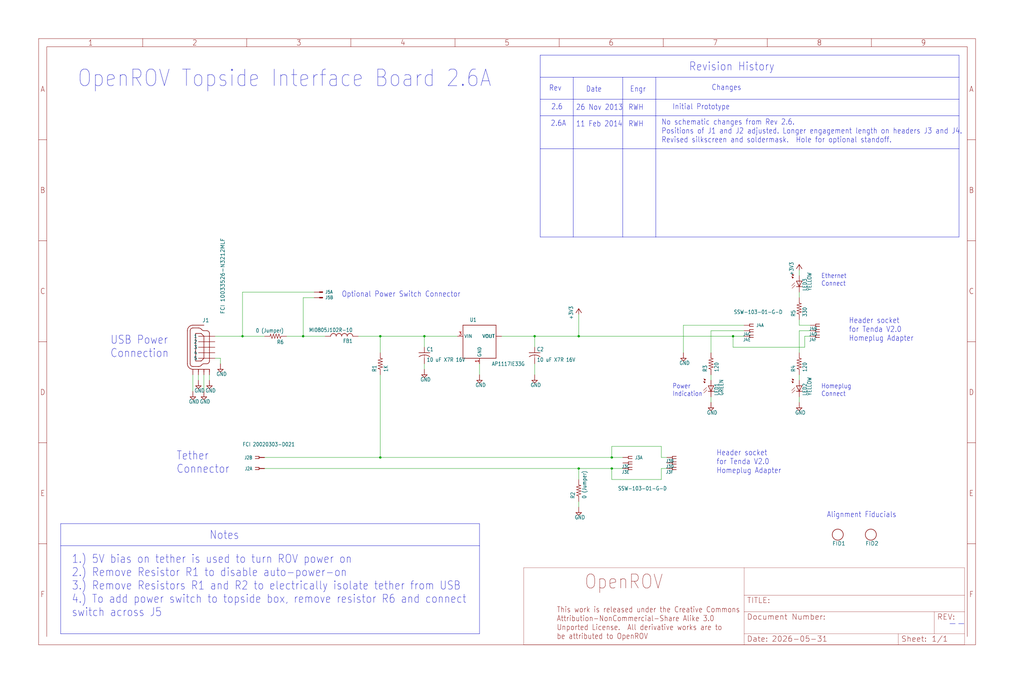
<source format=kicad_sch>
(kicad_sch (version 20250114) (generator "eeschema") (generator_version "9.0")
  (paper "User" 471.907 317.627)
  (lib_symbols
    (symbol "OpenROV Topside Interface 2.6A-eagle-import:+3V3" (power)
      (symbol "+3V3_1_0"
        (polyline (pts (xy 0 0) (xy -1.27 -1.905)) (stroke (width 0.254)))
        (polyline (pts (xy 1.27 -1.905) (xy 0 0)) (stroke (width 0.254)))
        (pin power_in line (at 0 -2.54 90) (length 2.54) (name "+3V3") (number "1"))
      )
    )
    (symbol "OpenROV Topside Interface 2.6A-eagle-import:AP1117SOT223"
      (property "Reference" "U" (at -4.572 9.144 0))
      (symbol "AP1117SOT223_1_0"
        (polyline (pts (xy -7.62 7.62) (xy 7.62 7.62)) (stroke (width 0.254)))
        (polyline (pts (xy -7.62 -7.62) (xy -7.62 7.62)) (stroke (width 0.254)))
        (polyline (pts (xy 7.62 7.62) (xy 7.62 -7.62)) (stroke (width 0.254)))
        (polyline (pts (xy 7.62 -7.62) (xy -7.62 -7.62)) (stroke (width 0.254)))
        (pin input line (at -10.16 2.54 0) (length 2.54) (name "VIN") (number "3"))
        (pin power_in line (at 0 -10.16 90) (length 2.54) (name "GND") (number "1"))
        (pin bidirectional line (at 10.16 2.54 180) (length 2.54) (name "VOUT") (number "2"))
        (pin bidirectional line (at 10.16 2.54 180) (length 2.54) (name "VOUT") (number "4"))
      )
    )
    (symbol "OpenROV Topside Interface 2.6A-eagle-import:CAP1206"
      (property "Reference" "C" (at 1.016 0.635 0))
      (symbol "CAP1206_1_0"
        (polyline (pts (xy -2.54 0) (xy 2.54 0)) (stroke (width 0.254)))
        (arc (start 0 -1) (mid 1.3158 -1.2195) (end 2.4892 -1.8541) (stroke (width 0.254)))
        (arc (start -2.4668 -1.8504) (mid -1.302 -1.2303) (end 0 -1.0161) (stroke (width 0.254)))
        (polyline (pts (xy 0 -1.016) (xy 0 -2.54)) (stroke (width 0.1524)))
        (pin passive line (at 0 2.54 270) (length 2.54) (name "1") (number "1"))
        (pin passive line (at 0 -5.08 90) (length 2.54) (name "2") (number "2"))
      )
    )
    (symbol "OpenROV Topside Interface 2.6A-eagle-import:FCI_TERMINAL_BLOCK_2PL"
      (property "Reference" "J" (at -3.048 0.762 0))
      (symbol "FCI_TERMINAL_BLOCK_2PL_1_0"
        (polyline (pts (xy -1.778 0.508) (xy 0 0.508)) (stroke (width 0.254)))
        (polyline (pts (xy 0 0.508) (xy 0 -0.508)) (stroke (width 0.254)))
        (polyline (pts (xy 0 -0.508) (xy -1.778 -0.508)) (stroke (width 0.254)))
        (pin passive line (at 2.54 0 180) (length 2.54) (name "1") (number "1A"))
        (pin passive line (at 2.54 0 180) (length 2.54) (name "1") (number "1B"))
      )
      (symbol "FCI_TERMINAL_BLOCK_2PL_2_0"
        (polyline (pts (xy -1.778 0.508) (xy 0 0.508)) (stroke (width 0.254)))
        (polyline (pts (xy 0 0.508) (xy 0 -0.508)) (stroke (width 0.254)))
        (polyline (pts (xy 0 -0.508) (xy -1.778 -0.508)) (stroke (width 0.254)))
        (pin passive line (at 2.54 0 180) (length 2.54) (name "1") (number "2A"))
        (pin passive line (at 2.54 0 180) (length 2.54) (name "1") (number "2B"))
      )
    )
    (symbol "OpenROV Topside Interface 2.6A-eagle-import:FERRITESIZE_0805"
      (property "Reference" "FB" (at -1.27 -5.08 90))
      (symbol "FERRITESIZE_0805_1_0"
        (arc (start 1.27 3.81) (mid 0.898 2.912) (end 0 2.54) (stroke (width 0.254)))
        (arc (start 0 5.08) (mid 0.898 4.708) (end 1.27 3.81) (stroke (width 0.254)))
        (arc (start 1.27 1.27) (mid 0.898 0.372) (end 0 0) (stroke (width 0.254)))
        (arc (start 0 2.54) (mid 0.898 2.168) (end 1.27 1.27) (stroke (width 0.254)))
        (arc (start 1.27 -1.27) (mid 0.898 -2.168) (end 0 -2.54) (stroke (width 0.254)))
        (arc (start 0 0) (mid 0.898 -0.372) (end 1.27 -1.27) (stroke (width 0.254)))
        (arc (start 1.27 -3.81) (mid 0.898 -4.708) (end 0 -5.08) (stroke (width 0.254)))
        (arc (start 0 -2.54) (mid 0.898 -2.912) (end 1.27 -3.81) (stroke (width 0.254)))
        (pin passive line (at 0 7.62 270) (length 2.54) (name "1") (number "1"))
        (pin passive line (at 0 -7.62 90) (length 2.54) (name "2") (number "2"))
      )
    )
    (symbol "OpenROV Topside Interface 2.6A-eagle-import:FIDUCIAL_1"
      (property "Reference" "FID" (at -2.54 -5.08 0))
      (symbol "FIDUCIAL_1_1_0"
        (circle (center 0 0) (radius 2.54) (stroke (width 0.254)))
      )
    )
    (symbol "OpenROV Topside Interface 2.6A-eagle-import:FRAME_B_L"
      (symbol "FRAME_B_L_1_0"
        (polyline (pts (xy 0 279.4) (xy 431.8 279.4) (xy 431.8 0) (xy 0 0) (xy 0 279.4)))
        (polyline (pts (xy 0 232.8333) (xy 3.81 232.8333)))
        (polyline (pts (xy 0 186.2667) (xy 3.81 186.2667)))
        (polyline (pts (xy 0 139.7) (xy 3.81 139.7)))
        (polyline (pts (xy 0 93.1333) (xy 3.81 93.1333)))
        (polyline (pts (xy 0 46.5667) (xy 3.81 46.5667)))
        (polyline (pts (xy 3.81 275.59) (xy 3.81 3.81)))
        (polyline (pts (xy 47.9778 279.4) (xy 47.9778 275.59)))
        (polyline (pts (xy 95.9556 279.4) (xy 95.9556 275.59)))
        (polyline (pts (xy 143.9333 279.4) (xy 143.9333 275.59)))
        (polyline (pts (xy 191.9111 279.4) (xy 191.9111 275.59)))
        (polyline (pts (xy 239.8889 279.4) (xy 239.8889 275.59)))
        (polyline (pts (xy 287.8667 279.4) (xy 287.8667 275.59)))
        (polyline (pts (xy 335.8444 279.4) (xy 335.8444 275.59)))
        (polyline (pts (xy 383.8222 279.4) (xy 383.8222 275.59)))
        (polyline (pts (xy 427.99 275.59) (xy 3.81 275.59)))
        (polyline (pts (xy 427.99 275.59) (xy 427.99 3.81)))
        (polyline (pts (xy 427.99 232.8333) (xy 431.8 232.8333)))
        (polyline (pts (xy 427.99 186.2667) (xy 431.8 186.2667)))
        (polyline (pts (xy 427.99 139.7) (xy 431.8 139.7)))
        (polyline (pts (xy 427.99 93.1333) (xy 431.8 93.1333)))
        (polyline (pts (xy 427.99 46.5667) (xy 431.8 46.5667)))
        (text "A" (at 1.905 256.1167 0) (effects (font (size 2.54 2.286))))
        (text "B" (at 1.905 209.55 0) (effects (font (size 2.54 2.286))))
        (text "C" (at 1.905 162.9833 0) (effects (font (size 2.54 2.286))))
        (text "D" (at 1.905 116.4167 0) (effects (font (size 2.54 2.286))))
        (text "E" (at 1.905 69.85 0) (effects (font (size 2.54 2.286))))
        (text "F" (at 1.905 23.2833 0) (effects (font (size 2.54 2.286))))
        (text "1" (at 23.9889 277.495 0) (effects (font (size 2.54 2.286))))
        (text "2" (at 71.9667 277.495 0) (effects (font (size 2.54 2.286))))
        (text "3" (at 119.9444 277.495 0) (effects (font (size 2.54 2.286))))
        (text "4" (at 167.9222 277.495 0) (effects (font (size 2.54 2.286))))
        (text "5" (at 215.9 277.495 0) (effects (font (size 2.54 2.286))))
        (text "6" (at 263.8778 277.495 0) (effects (font (size 2.54 2.286))))
        (text "7" (at 311.8556 277.495 0) (effects (font (size 2.54 2.286))))
        (text "8" (at 359.8333 277.495 0) (effects (font (size 2.54 2.286))))
        (text "9" (at 407.8111 277.495 0) (effects (font (size 2.54 2.286))))
        (text "A" (at 429.895 256.1167 0) (effects (font (size 2.54 2.286))))
        (text "B" (at 429.895 209.55 0) (effects (font (size 2.54 2.286))))
        (text "C" (at 429.895 162.9833 0) (effects (font (size 2.54 2.286))))
        (text "D" (at 429.895 116.4167 0) (effects (font (size 2.54 2.286))))
        (text "E" (at 429.895 69.85 0) (effects (font (size 2.54 2.286))))
        (text "F" (at 429.895 23.2833 0) (effects (font (size 2.54 2.286))))
      )
      (symbol "FRAME_B_L_2_0"
        (polyline (pts (xy -101.6 35.56) (xy -101.6 0)) (stroke (width 0.1016)))
        (polyline (pts (xy 0 35.56) (xy -101.6 35.56)) (stroke (width 0.1016)))
        (polyline (pts (xy 0 22.86) (xy 0 35.56)) (stroke (width 0.1016)))
        (polyline (pts (xy 0 22.86) (xy 101.6 22.86)) (stroke (width 0.1016)))
        (polyline (pts (xy 0 15.24) (xy 0 22.86)) (stroke (width 0.1016)))
        (polyline (pts (xy 0 5.08) (xy 0 15.24)) (stroke (width 0.1016)))
        (polyline (pts (xy 0 5.08) (xy 71.12 5.08)) (stroke (width 0.1016)))
        (polyline (pts (xy 0 0) (xy -101.6 0)) (stroke (width 0.1016)))
        (polyline (pts (xy 0 0) (xy 0 5.08)) (stroke (width 0.1016)))
        (polyline (pts (xy 0 0) (xy 71.12 0)) (stroke (width 0.1016)))
        (polyline (pts (xy 71.12 5.08) (xy 71.12 0)) (stroke (width 0.1016)))
        (polyline (pts (xy 71.12 5.08) (xy 87.63 5.08)) (stroke (width 0.1016)))
        (polyline (pts (xy 71.12 0) (xy 101.6 0)) (stroke (width 0.1016)))
        (polyline (pts (xy 87.63 15.24) (xy 0 15.24)) (stroke (width 0.1016)))
        (polyline (pts (xy 87.63 15.24) (xy 87.63 5.08)) (stroke (width 0.1016)))
        (polyline (pts (xy 87.63 5.08) (xy 101.6 5.08)) (stroke (width 0.1016)))
        (polyline (pts (xy 101.6 35.56) (xy 0 35.56)) (stroke (width 0.1016)))
        (polyline (pts (xy 101.6 35.56) (xy 101.6 22.86)) (stroke (width 0.1016)))
        (polyline (pts (xy 101.6 22.86) (xy 101.6 15.24)) (stroke (width 0.1016)))
        (polyline (pts (xy 101.6 15.24) (xy 87.63 15.24)) (stroke (width 0.1016)))
        (polyline (pts (xy 101.6 15.24) (xy 101.6 5.08)) (stroke (width 0.1016)))
        (polyline (pts (xy 101.6 5.08) (xy 101.6 0)) (stroke (width 0.1016)))
        (text "This work is released under the Creative Commons\nAttribution-NonCommercial-Share Alike 3.0\nUnported License.  All derivative works are to\nbe attributed to OpenROV" (at -86.36 2.54 0) (effects (font (size 2.54 2.159)) (justify left bottom)))
        (text "OpenROV" (at -73.66 25.4 0) (effects (font (size 6.4516 5.4838)) (justify left bottom)))
        (text "TITLE:" (at 1.27 19.05 0) (effects (font (size 2.54 2.54)) (justify left bottom)))
        (text "Document Number:" (at 1.27 11.43 0) (effects (font (size 2.54 2.54)) (justify left bottom)))
        (text "Date:" (at 1.27 1.27 0) (effects (font (size 2.54 2.54)) (justify left bottom)))
        (text "${CURRENT_DATE}" (at 12.7 1.27 0) (effects (font (size 2.54 2.54)) (justify left bottom)))
        (text "${PROJECTNAME}" (at 17.78 19.05 0) (effects (font (size 2.54 2.54)) (justify left bottom)))
        (text "Sheet:" (at 72.39 1.27 0) (effects (font (size 2.54 2.54)) (justify left bottom)))
        (text "${#}/${##}" (at 86.36 1.27 0) (effects (font (size 2.54 2.54)) (justify left bottom)))
        (text "REV:" (at 88.9 11.43 0) (effects (font (size 2.54 2.54)) (justify left bottom)))
      )
    )
    (symbol "OpenROV Topside Interface 2.6A-eagle-import:GND" (power)
      (symbol "GND_1_0"
        (polyline (pts (xy -1.27 0) (xy 1.27 0)) (stroke (width 0.254)))
        (polyline (pts (xy 0 -1.27) (xy -1.27 0)) (stroke (width 0.254)))
        (polyline (pts (xy 1.27 0) (xy 0 -1.27)) (stroke (width 0.254)))
        (pin power_in line (at 0 2.54 270) (length 2.54) (name "GND") (number "1"))
      )
    )
    (symbol "OpenROV Topside Interface 2.6A-eagle-import:HDR_1X2X0.100-ALT_SILK"
      (property "Reference" "J" (at 2.54 -0.762 0))
      (symbol "HDR_1X2X0.100-ALT_SILK_1_0"
        (polyline (pts (xy 1.27 0) (xy 0 0)) (stroke (width 0.6096)))
        (pin passive line (at -2.54 0 0) (length 2.54) (name "S") (number "1"))
      )
      (symbol "HDR_1X2X0.100-ALT_SILK_2_0"
        (polyline (pts (xy 1.27 0) (xy 0 0)) (stroke (width 0.6096)))
        (pin passive line (at -2.54 0 0) (length 2.54) (name "S") (number "2"))
      )
    )
    (symbol "OpenROV Topside Interface 2.6A-eagle-import:HDR_SOCKET_2X3"
      (property "Reference" "J" (at -3.048 0.762 0))
      (symbol "HDR_SOCKET_2X3_1_0"
        (polyline (pts (xy -1.778 0.508) (xy 0 0.508)) (stroke (width 0.254)))
        (polyline (pts (xy 0 0.508) (xy 0 -0.508)) (stroke (width 0.254)))
        (polyline (pts (xy 0 -0.508) (xy -1.778 -0.508)) (stroke (width 0.254)))
        (pin passive line (at 2.54 0 180) (length 2.54) (name "1") (number "1"))
      )
      (symbol "HDR_SOCKET_2X3_2_0"
        (polyline (pts (xy -1.778 0.508) (xy 0 0.508)) (stroke (width 0.254)))
        (polyline (pts (xy 0 0.508) (xy 0 -0.508)) (stroke (width 0.254)))
        (polyline (pts (xy 0 -0.508) (xy -1.778 -0.508)) (stroke (width 0.254)))
        (pin passive line (at 2.54 0 180) (length 2.54) (name "1") (number "2"))
      )
      (symbol "HDR_SOCKET_2X3_3_0"
        (polyline (pts (xy -1.778 0.508) (xy 0 0.508)) (stroke (width 0.254)))
        (polyline (pts (xy 0 0.508) (xy 0 -0.508)) (stroke (width 0.254)))
        (polyline (pts (xy 0 -0.508) (xy -1.778 -0.508)) (stroke (width 0.254)))
        (pin passive line (at 2.54 0 180) (length 2.54) (name "1") (number "3"))
      )
      (symbol "HDR_SOCKET_2X3_4_0"
        (polyline (pts (xy -1.778 0.508) (xy 0 0.508)) (stroke (width 0.254)))
        (polyline (pts (xy 0 0.508) (xy 0 -0.508)) (stroke (width 0.254)))
        (polyline (pts (xy 0 -0.508) (xy -1.778 -0.508)) (stroke (width 0.254)))
        (pin passive line (at 2.54 0 180) (length 2.54) (name "1") (number "4"))
      )
      (symbol "HDR_SOCKET_2X3_5_0"
        (polyline (pts (xy -1.778 0.508) (xy 0 0.508)) (stroke (width 0.254)))
        (polyline (pts (xy 0 0.508) (xy 0 -0.508)) (stroke (width 0.254)))
        (polyline (pts (xy 0 -0.508) (xy -1.778 -0.508)) (stroke (width 0.254)))
        (pin passive line (at 2.54 0 180) (length 2.54) (name "1") (number "5"))
      )
      (symbol "HDR_SOCKET_2X3_6_0"
        (polyline (pts (xy -1.778 0.508) (xy 0 0.508)) (stroke (width 0.254)))
        (polyline (pts (xy 0 0.508) (xy 0 -0.508)) (stroke (width 0.254)))
        (polyline (pts (xy 0 -0.508) (xy -1.778 -0.508)) (stroke (width 0.254)))
        (pin passive line (at 2.54 0 180) (length 2.54) (name "1") (number "6"))
      )
    )
    (symbol "OpenROV Topside Interface 2.6A-eagle-import:LED-0805_BOTTOM_MT"
      (property "Reference" "LED" (at 3.556 -4.572 90))
      (symbol "LED-0805_BOTTOM_MT_1_0"
        (polyline (pts (xy -3.429 2.159) (xy -3.048 1.27) (xy -2.54 1.778)) (stroke (width 0.1524)) (fill (type outline)))
        (polyline (pts (xy -3.302 3.302) (xy -2.921 2.413) (xy -2.413 2.921)) (stroke (width 0.1524)) (fill (type outline)))
        (polyline (pts (xy -2.032 -0.762) (xy -3.429 -2.159)) (stroke (width 0.1524)))
        (polyline (pts (xy -1.905 -1.905) (xy -3.302 -3.302)) (stroke (width 0.1524)))
        (polyline (pts (xy 0 0) (xy -1.27 0)) (stroke (width 0.254)))
        (polyline (pts (xy 0 0) (xy 0 -2.54)) (stroke (width 0.1524)))
        (polyline (pts (xy 0 -2.54) (xy -1.27 0)) (stroke (width 0.254)))
        (polyline (pts (xy 0 -2.54) (xy -1.27 -2.54)) (stroke (width 0.254)))
        (polyline (pts (xy 1.27 0) (xy 0 0)) (stroke (width 0.254)))
        (polyline (pts (xy 1.27 0) (xy 0 -2.54)) (stroke (width 0.254)))
        (polyline (pts (xy 1.27 -2.54) (xy 0 -2.54)) (stroke (width 0.254)))
        (pin passive line (at 0 2.54 270) (length 2.54) (name "A") (number "A"))
        (pin passive line (at 0 -5.08 90) (length 2.54) (name "C") (number "C"))
      )
    )
    (symbol "OpenROV Topside Interface 2.6A-eagle-import:RESISTOR-0805"
      (property "Reference" "R" (at -3.81 1.7526 0))
      (symbol "RESISTOR-0805_1_0"
        (polyline (pts (xy -2.54 0) (xy -2.159 1.016)) (stroke (width 0.2032)))
        (polyline (pts (xy -2.159 1.016) (xy -1.524 -1.016)) (stroke (width 0.2032)))
        (polyline (pts (xy -1.524 -1.016) (xy -0.889 1.016)) (stroke (width 0.2032)))
        (polyline (pts (xy -0.889 1.016) (xy -0.254 -1.016)) (stroke (width 0.2032)))
        (polyline (pts (xy -0.254 -1.016) (xy 0.381 1.016)) (stroke (width 0.2032)))
        (polyline (pts (xy 0.381 1.016) (xy 1.016 -1.016)) (stroke (width 0.2032)))
        (polyline (pts (xy 1.016 -1.016) (xy 1.651 1.016)) (stroke (width 0.2032)))
        (polyline (pts (xy 1.651 1.016) (xy 2.286 -1.016)) (stroke (width 0.2032)))
        (polyline (pts (xy 2.286 -1.016) (xy 2.54 0)) (stroke (width 0.2032)))
        (pin passive line (at -5.08 0 0) (length 2.54) (name "1") (number "1"))
        (pin passive line (at 5.08 0 180) (length 2.54) (name "2") (number "2"))
      )
    )
    (symbol "OpenROV Topside Interface 2.6A-eagle-import:USB_MINI-BSURFACE_MOUNT"
      (property "Reference" "J" (at -5.08 11.43 0))
      (symbol "USB_MINI-BSURFACE_MOUNT_1_0"
        (polyline (pts (xy -5.08 6.35) (xy -5.08 -6.35)) (stroke (width 0.254)))
        (polyline (pts (xy -5.08 -10.16) (xy -2.54 -10.16)) (stroke (width 0.254)))
        (polyline (pts (xy -5.08 -11.43) (xy -5.08 -10.16)) (stroke (width 0.1524)))
        (polyline (pts (xy -3.81 7.62) (xy -2.54 7.62)) (stroke (width 0.254)))
        (polyline (pts (xy -3.81 -7.62) (xy -2.54 -7.62)) (stroke (width 0.254)))
        (arc (start -5.08 6.35) (mid -4.708 7.248) (end -3.81 7.62) (stroke (width 0.254)))
        (arc (start -3.81 -7.62) (mid -4.708 -7.248) (end -5.08 -6.35) (stroke (width 0.254)))
        (arc (start -1.524 8.128) (mid -1.972 7.7541) (end -2.54 7.62) (stroke (width 0.254)))
        (polyline (pts (xy -2.54 5.08) (xy -2.54 -5.08)) (stroke (width 0.254)))
        (polyline (pts (xy -2.54 -5.08) (xy -1.27 -6.35)) (stroke (width 0.254)))
        (arc (start -2.54 -7.62) (mid -1.972 -7.7541) (end -1.524 -8.128) (stroke (width 0.254)))
        (polyline (pts (xy -2.54 -10.16) (xy 0 -10.16)) (stroke (width 0.254)))
        (polyline (pts (xy -2.54 -11.43) (xy -2.54 -10.16)) (stroke (width 0.1524)))
        (polyline (pts (xy -1.27 6.35) (xy -2.54 5.08)) (stroke (width 0.254)))
        (polyline (pts (xy -1.27 -6.35) (xy 1.27 -6.35)) (stroke (width 0.254)))
        (polyline (pts (xy 0 8.89) (xy 2.54 8.89)) (stroke (width 0.254)))
        (arc (start -1.524 8.128) (mid -0.8519 8.6889) (end 0.0001 8.89) (stroke (width 0.254)))
        (arc (start 0.0001 -8.89) (mid -0.8519 -8.6889) (end -1.524 -8.128) (stroke (width 0.254)))
        (polyline (pts (xy 0 -8.89) (xy 2.54 -8.89)) (stroke (width 0.254)))
        (polyline (pts (xy 0 -10.16) (xy 2.54 -10.16)) (stroke (width 0.254)))
        (polyline (pts (xy 0 -11.43) (xy 0 -10.16)) (stroke (width 0.1524)))
        (polyline (pts (xy 1.27 6.35) (xy -1.27 6.35)) (stroke (width 0.254)))
        (polyline (pts (xy 1.27 -6.35) (xy 1.27 6.35)) (stroke (width 0.254)))
        (polyline (pts (xy 2.54 10.16) (xy -2.54 10.16)) (stroke (width 0.254)))
        (arc (start 2.54 10.16) (mid 4.3361 9.4161) (end 5.08 7.62) (stroke (width 0.254)))
        (arc (start 2.54 8.89) (mid 3.438 8.518) (end 3.81 7.62) (stroke (width 0.254)))
        (arc (start 3.81 -7.62) (mid 3.438 -8.518) (end 2.54 -8.89) (stroke (width 0.254)))
        (arc (start 5.08 -7.62) (mid 4.3361 -9.4161) (end 2.54 -10.16) (stroke (width 0.254)))
        (polyline (pts (xy 3.81 -7.62) (xy 3.81 7.62)) (stroke (width 0.254)))
        (polyline (pts (xy 5.08 -7.62) (xy 5.08 7.62)) (stroke (width 0.254)))
        (pin passive line (at -7.62 5.08 0) (length 7.62) (name "1") (number "1"))
        (pin passive line (at -7.62 2.54 0) (length 7.62) (name "2") (number "2"))
        (pin passive line (at -7.62 0 0) (length 7.62) (name "3") (number "3"))
        (pin passive line (at -7.62 -2.54 0) (length 7.62) (name "4") (number "4"))
        (pin passive line (at -7.62 -5.08 0) (length 7.62) (name "5") (number "5"))
        (pin passive line (at -5.08 -12.7 90) (length 2.54) (name "S1") (number "M1"))
        (pin passive line (at -2.54 -12.7 90) (length 2.54) (name "S2") (number "M2"))
        (pin passive line (at 0 -12.7 90) (length 2.54) (name "S3") (number "M3"))
        (pin passive line (at 2.54 -12.7 90) (length 2.54) (name "S4") (number "M4"))
      )
    )
  )
  (text "1.) 5V bias on tether is used to turn ROV power on\n2.) Remove Resistor R1 to disable auto-power-on\n3.) Remove Resistors R1 and R2 to electrically isolate tether from USB\n4.) To add power switch to topside box, remove resistor R6 and connect\nswitch across J5" (at 33.02 284.48 0) (effects (font (size 3.81 3.2385)) (justify left bottom)))
  (text "Alignment Fiducials" (at 381 238.76 0) (effects (font (size 2.54 2.159)) (justify left bottom)))
  (text "Initial Prototype" (at 309.88 50.8 0) (effects (font (size 2.54 2.159)) (justify left bottom)))
  (text "Homeplug\nConnect" (at 378.46 182.88 0) (effects (font (size 2.1844 1.8567)) (justify left bottom)))
  (text "Changes" (at 327.914 41.91 0) (effects (font (size 2.54 2.159)) (justify left bottom)))
  (text "USB Power\nConnection" (at 50.8 165.1 0) (effects (font (size 3.81 3.2385)) (justify left bottom)))
  (text "Power\nIndication" (at 309.88 182.88 0) (effects (font (size 2.1844 1.8567)) (justify left bottom)))
  (text "Date" (at 270.002 42.672 0) (effects (font (size 2.54 2.159)) (justify left bottom)))
  (text "Optional Power Switch Connector" (at 157.48 137.16 0) (effects (font (size 2.54 2.159)) (justify left bottom)))
  (text "Header socket\nfor Tenda V2.0\nHomeplug Adapter" (at 391.16 157.48 0) (effects (font (size 2.54 2.159)) (justify left bottom)))
  (text "Notes" (at 96.52 248.92 0) (effects (font (size 3.81 3.2385)) (justify left bottom)))
  (text "RWH" (at 289.56 51.054 0) (effects (font (size 2.54 2.159)) (justify left bottom)))
  (text "OpenROV Topside Interface Board 2.6A" (at 35.56 40.64 0) (effects (font (size 7.62 6.477)) (justify left bottom)))
  (text "11 Feb 2014" (at 265.43 58.674 0) (effects (font (size 2.54 2.159)) (justify left bottom)))
  (text "Header socket\nfor Tenda V2.0\nHomeplug Adapter" (at 330.2 218.44 0) (effects (font (size 2.54 2.159)) (justify left bottom)))
  (text "Tether\nConnector" (at 81.28 218.44 0) (effects (font (size 3.81 3.2385)) (justify left bottom)))
  (text "Revision History" (at 317.5 33.02 0) (effects (font (size 3.81 3.2385)) (justify left bottom)))
  (text "2.6A" (at 253.746 58.42 0) (effects (font (size 2.54 2.159)) (justify left bottom)))
  (text "Rev" (at 252.984 42.164 0) (effects (font (size 2.54 2.159)) (justify left bottom)))
  (text "--" (at 436.88 289.56 0) (effects (font (size 3.81 3.2385)) (justify left bottom)))
  (text "2.6" (at 254 50.8 0) (effects (font (size 2.54 2.159)) (justify left bottom)))
  (text "26 Nov 2013" (at 265.43 51.054 0) (effects (font (size 2.54 2.159)) (justify left bottom)))
  (text "No schematic changes from Rev 2.6.\nPositions of J1 and J2 adjusted. Longer engagement length on headers J3 and J4.\nRevised silkscreen and soldermask.  Hole for optional standoff." (at 304.8 66.04 0) (effects (font (size 2.54 2.159)) (justify left bottom)))
  (text "RWH" (at 289.56 58.674 0) (effects (font (size 2.54 2.159)) (justify left bottom)))
  (text "Ethernet\nConnect" (at 378.46 132.08 0) (effects (font (size 2.1844 1.8567)) (justify left bottom)))
  (text "Engr" (at 290.322 42.672 0) (effects (font (size 2.54 2.159)) (justify left bottom)))
  (junction (at 246.38 154.94))
  (junction (at 175.26 210.82))
  (junction (at 266.7 154.94))
  (junction (at 266.7 215.9))
  (junction (at 175.26 154.94))
  (junction (at 281.94 215.9))
  (junction (at 195.58 154.94))
  (junction (at 111.76 154.94))
  (junction (at 337.82 154.94))
  (junction (at 281.94 210.82))
  (junction (at 139.7 154.94))
  (wire (pts (xy 327.66 162.56) (xy 327.66 152.4)) (stroke (width 0.1524)))
  (wire (pts (xy 266.7 215.9) (xy 121.92 215.9)) (stroke (width 0.1524)))
  (wire (pts (xy 327.66 152.4) (xy 342.9 152.4)) (stroke (width 0.1524)))
  (wire (pts (xy 195.58 154.94) (xy 210.82 154.94)) (stroke (width 0.1524)))
  (wire (pts (xy 314.96 149.86) (xy 342.9 149.86)) (stroke (width 0.1524)))
  (polyline (pts (xy 248.92 35.56) (xy 248.92 25.4)) (stroke (width 0.1524) (type solid)))
  (polyline (pts (xy 27.94 251.46) (xy 27.94 241.3)) (stroke (width 0.1524) (type solid)))
  (wire (pts (xy 175.26 210.82) (xy 281.94 210.82)) (stroke (width 0.1524)))
  (wire (pts (xy 266.7 154.94) (xy 337.82 154.94)) (stroke (width 0.1524)))
  (polyline (pts (xy 287.02 109.22) (xy 302.26 109.22)) (stroke (width 0.1524) (type solid)))
  (wire (pts (xy 314.96 162.56) (xy 314.96 149.86)) (stroke (width 0.1524)))
  (wire (pts (xy 368.3 137.16) (xy 368.3 134.62)) (stroke (width 0.1524)))
  (wire (pts (xy 266.7 215.9) (xy 281.94 215.9)) (stroke (width 0.1524)))
  (polyline (pts (xy 248.92 68.58) (xy 441.96 68.58)) (stroke (width 0.1524) (type solid)))
  (wire (pts (xy 175.26 210.82) (xy 121.92 210.82)) (stroke (width 0.1524)))
  (wire (pts (xy 231.14 154.94) (xy 246.38 154.94)) (stroke (width 0.1524)))
  (wire (pts (xy 370.84 160.02) (xy 337.82 160.02)) (stroke (width 0.1524)))
  (wire (pts (xy 111.76 134.62) (xy 111.76 154.94)) (stroke (width 0.1524)))
  (wire (pts (xy 246.38 160.02) (xy 246.38 154.94)) (stroke (width 0.1524)))
  (polyline (pts (xy 302.26 35.56) (xy 302.26 109.22)) (stroke (width 0.1524) (type solid)))
  (wire (pts (xy 368.3 127) (xy 368.3 124.46)) (stroke (width 0.1524)))
  (wire (pts (xy 195.58 160.02) (xy 195.58 154.94)) (stroke (width 0.1524)))
  (polyline (pts (xy 264.16 109.22) (xy 287.02 109.22)) (stroke (width 0.1524) (type solid)))
  (wire (pts (xy 96.52 175.26) (xy 96.52 172.72)) (stroke (width 0.1524)))
  (polyline (pts (xy 302.26 35.56) (xy 441.96 35.56)) (stroke (width 0.1524) (type solid)))
  (polyline (pts (xy 441.96 35.56) (xy 441.96 45.72)) (stroke (width 0.1524) (type solid)))
  (wire (pts (xy 368.3 175.26) (xy 368.3 172.72)) (stroke (width 0.1524)))
  (wire (pts (xy 220.98 172.72) (xy 220.98 167.64)) (stroke (width 0.1524)))
  (wire (pts (xy 266.7 220.98) (xy 266.7 215.9)) (stroke (width 0.1524)))
  (polyline (pts (xy 248.92 45.72) (xy 248.92 35.56)) (stroke (width 0.1524) (type solid)))
  (wire (pts (xy 266.7 144.78) (xy 266.7 154.94)) (stroke (width 0.1524)))
  (wire (pts (xy 139.7 137.16) (xy 139.7 154.94)) (stroke (width 0.1524)))
  (polyline (pts (xy 27.94 251.46) (xy 220.98 251.46)) (stroke (width 0.1524) (type solid)))
  (wire (pts (xy 307.34 215.9) (xy 304.8 215.9)) (stroke (width 0.1524)))
  (wire (pts (xy 304.8 205.74) (xy 281.94 205.74)) (stroke (width 0.1524)))
  (polyline (pts (xy 441.96 53.34) (xy 441.96 68.58)) (stroke (width 0.1524) (type solid)))
  (polyline (pts (xy 287.02 35.56) (xy 302.26 35.56)) (stroke (width 0.1524) (type solid)))
  (polyline (pts (xy 264.16 35.56) (xy 287.02 35.56)) (stroke (width 0.1524) (type solid)))
  (wire (pts (xy 370.84 154.94) (xy 370.84 160.02)) (stroke (width 0.1524)))
  (wire (pts (xy 88.9 180.34) (xy 88.9 172.72)) (stroke (width 0.1524)))
  (wire (pts (xy 281.94 210.82) (xy 287.02 210.82)) (stroke (width 0.1524)))
  (wire (pts (xy 327.66 185.42) (xy 327.66 182.88)) (stroke (width 0.1524)))
  (polyline (pts (xy 264.16 35.56) (xy 264.16 109.22)) (stroke (width 0.1524) (type solid)))
  (wire (pts (xy 368.3 182.88) (xy 368.3 185.42)) (stroke (width 0.1524)))
  (wire (pts (xy 337.82 160.02) (xy 337.82 154.94)) (stroke (width 0.1524)))
  (wire (pts (xy 304.8 220.98) (xy 281.94 220.98)) (stroke (width 0.1524)))
  (polyline (pts (xy 27.94 292.1) (xy 220.98 292.1)) (stroke (width 0.1524) (type solid)))
  (polyline (pts (xy 248.92 109.22) (xy 264.16 109.22)) (stroke (width 0.1524) (type solid)))
  (polyline (pts (xy 27.94 241.3) (xy 220.98 241.3)) (stroke (width 0.1524) (type solid)))
  (wire (pts (xy 337.82 154.94) (xy 342.9 154.94)) (stroke (width 0.1524)))
  (polyline (pts (xy 220.98 241.3) (xy 220.98 251.46)) (stroke (width 0.1524) (type solid)))
  (wire (pts (xy 373.38 154.94) (xy 370.84 154.94)) (stroke (width 0.1524)))
  (wire (pts (xy 327.66 175.26) (xy 327.66 172.72)) (stroke (width 0.1524)))
  (polyline (pts (xy 248.92 53.34) (xy 441.96 53.34)) (stroke (width 0.1524) (type solid)))
  (wire (pts (xy 175.26 162.56) (xy 175.26 154.94)) (stroke (width 0.1524)))
  (wire (pts (xy 175.26 172.72) (xy 175.26 210.82)) (stroke (width 0.1524)))
  (polyline (pts (xy 302.26 109.22) (xy 441.96 109.22)) (stroke (width 0.1524) (type solid)))
  (wire (pts (xy 99.06 165.1) (xy 101.6 165.1)) (stroke (width 0.1524)))
  (wire (pts (xy 195.58 170.18) (xy 195.58 167.64)) (stroke (width 0.1524)))
  (polyline (pts (xy 220.98 251.46) (xy 220.98 292.1)) (stroke (width 0.1524) (type solid)))
  (polyline (pts (xy 248.92 25.4) (xy 441.96 25.4)) (stroke (width 0.1524) (type solid)))
  (wire (pts (xy 266.7 233.68) (xy 266.7 231.14)) (stroke (width 0.1524)))
  (wire (pts (xy 144.78 134.62) (xy 111.76 134.62)) (stroke (width 0.1524)))
  (polyline (pts (xy 248.92 35.56) (xy 264.16 35.56)) (stroke (width 0.1524) (type solid)))
  (wire (pts (xy 165.1 154.94) (xy 175.26 154.94)) (stroke (width 0.1524)))
  (polyline (pts (xy 248.92 68.58) (xy 248.92 53.34)) (stroke (width 0.1524) (type solid)))
  (wire (pts (xy 246.38 172.72) (xy 246.38 167.64)) (stroke (width 0.1524)))
  (wire (pts (xy 93.98 180.34) (xy 93.98 172.72)) (stroke (width 0.1524)))
  (wire (pts (xy 144.78 137.16) (xy 139.7 137.16)) (stroke (width 0.1524)))
  (wire (pts (xy 111.76 154.94) (xy 121.92 154.94)) (stroke (width 0.1524)))
  (wire (pts (xy 139.7 154.94) (xy 149.86 154.94)) (stroke (width 0.1524)))
  (polyline (pts (xy 287.02 35.56) (xy 287.02 109.22)) (stroke (width 0.1524) (type solid)))
  (wire (pts (xy 91.44 175.26) (xy 91.44 172.72)) (stroke (width 0.1524)))
  (polyline (pts (xy 441.96 25.4) (xy 441.96 35.56)) (stroke (width 0.1524) (type solid)))
  (wire (pts (xy 373.38 149.86) (xy 368.3 149.86)) (stroke (width 0.1524)))
  (wire (pts (xy 246.38 154.94) (xy 266.7 154.94)) (stroke (width 0.1524)))
  (polyline (pts (xy 441.96 45.72) (xy 441.96 53.34)) (stroke (width 0.1524) (type solid)))
  (wire (pts (xy 101.6 165.1) (xy 101.6 167.64)) (stroke (width 0.1524)))
  (polyline (pts (xy 441.96 68.58) (xy 441.96 109.22)) (stroke (width 0.1524) (type solid)))
  (wire (pts (xy 368.3 152.4) (xy 373.38 152.4)) (stroke (width 0.1524)))
  (polyline (pts (xy 248.92 109.22) (xy 248.92 68.58)) (stroke (width 0.1524) (type solid)))
  (polyline (pts (xy 248.92 45.72) (xy 441.96 45.72)) (stroke (width 0.1524) (type solid)))
  (wire (pts (xy 175.26 154.94) (xy 195.58 154.94)) (stroke (width 0.1524)))
  (wire (pts (xy 281.94 215.9) (xy 287.02 215.9)) (stroke (width 0.1524)))
  (wire (pts (xy 368.3 149.86) (xy 368.3 147.32)) (stroke (width 0.1524)))
  (wire (pts (xy 281.94 205.74) (xy 281.94 210.82)) (stroke (width 0.1524)))
  (polyline (pts (xy 27.94 292.1) (xy 27.94 251.46)) (stroke (width 0.1524) (type solid)))
  (wire (pts (xy 281.94 220.98) (xy 281.94 215.9)) (stroke (width 0.1524)))
  (wire (pts (xy 304.8 210.82) (xy 304.8 205.74)) (stroke (width 0.1524)))
  (wire (pts (xy 307.34 210.82) (xy 304.8 210.82)) (stroke (width 0.1524)))
  (wire (pts (xy 368.3 162.56) (xy 368.3 152.4)) (stroke (width 0.1524)))
  (polyline (pts (xy 248.92 53.34) (xy 248.92 45.72)) (stroke (width 0.1524) (type solid)))
  (wire (pts (xy 132.08 154.94) (xy 139.7 154.94)) (stroke (width 0.1524)))
  (wire (pts (xy 304.8 215.9) (xy 304.8 220.98)) (stroke (width 0.1524)))
  (wire (pts (xy 99.06 154.94) (xy 111.76 154.94)) (stroke (width 0.1524)))
  (symbol (lib_id "OpenROV Topside Interface 2.6A-eagle-import:GND") (at 368.3 187.96 0) (unit 1)
    (property "Reference" "#SUPPLY5" (effects (hide yes)))
    (property "Value" "GND" (at 366.395 191.135 0) (effects (font (size 1.778 1.5113)) (justify left bottom)))
  )
  (symbol (lib_id "OpenROV Topside Interface 2.6A-eagle-import:GND") (at 246.38 175.26 0) (unit 1)
    (property "Reference" "#SUPPLY3" (effects (hide yes)))
    (property "Value" "GND" (at 244.475 178.435 0) (effects (font (size 1.778 1.5113)) (justify left bottom)))
  )
  (symbol (lib_id "OpenROV Topside Interface 2.6A-eagle-import:USB_MINI-BSURFACE_MOUNT") (at 91.44 160.02 0) (mirror y) (unit 1)
    (property "Reference" "J1" (at 96.52 148.59 0) (effects (font (size 1.778 1.778)) (justify left bottom)))
    (property "Value" "FCI 10033526-N3212MLF" (at 101.6 144.78 90) (effects (font (size 1.778 1.778)) (justify left bottom)))
    (property "Footprint" "OpenROV Topside Interface 2.6A:USB_MINI-B_SM" (effects (hide yes)))
  )
  (symbol (lib_id "OpenROV Topside Interface 2.6A-eagle-import:GND") (at 266.7 236.22 0) (unit 1)
    (property "Reference" "#SUPPLY6" (effects (hide yes)))
    (property "Value" "GND" (at 264.795 239.395 0) (effects (font (size 1.778 1.5113)) (justify left bottom)))
  )
  (symbol (lib_id "OpenROV Topside Interface 2.6A-eagle-import:HDR_SOCKET_2X3") (at 309.88 210.82 0) (mirror y) (unit 2)
    (property "Reference" "J3" (at 306.832 211.582 0) (effects (font (size 1.524 1.2954)) (justify right top)))
    (property "Value" "SSW-103-01-G-D" (effects (hide yes)))
    (property "Footprint" "OpenROV Topside Interface 2.6A:SSW-103-02-S-D" (effects (hide yes)))
  )
  (symbol (lib_id "OpenROV Topside Interface 2.6A-eagle-import:RESISTOR-0805") (at 127 154.94 180) (unit 1)
    (property "Reference" "R6" (at 130.81 156.6926 0) (effects (font (size 1.778 1.5113)) (justify left bottom)))
    (property "Value" "0 (Jumper)" (at 130.81 151.384 0) (effects (font (size 1.778 1.5113)) (justify left bottom)))
    (property "Footprint" "OpenROV Topside Interface 2.6A:R0805" (effects (hide yes)))
  )
  (symbol (lib_id "OpenROV Topside Interface 2.6A-eagle-import:RESISTOR-0805") (at 175.26 167.64 90) (unit 1)
    (property "Reference" "R1" (at 173.5074 171.45 0) (effects (font (size 1.778 1.5113)) (justify left bottom)))
    (property "Value" "1K" (at 178.816 171.45 0) (effects (font (size 1.778 1.5113)) (justify left bottom)))
    (property "Footprint" "OpenROV Topside Interface 2.6A:R0805" (effects (hide yes)))
  )
  (symbol (lib_id "OpenROV Topside Interface 2.6A-eagle-import:HDR_SOCKET_2X3") (at 289.56 213.36 0) (mirror y) (unit 3)
    (property "Reference" "J3" (at 286.512 214.122 0) (effects (font (size 1.524 1.2954)) (justify right top)))
    (property "Value" "SSW-103-01-G-D" (effects (hide yes)))
    (property "Footprint" "OpenROV Topside Interface 2.6A:SSW-103-02-S-D" (effects (hide yes)))
  )
  (symbol (lib_id "OpenROV Topside Interface 2.6A-eagle-import:HDR_SOCKET_2X3") (at 289.56 215.9 0) (mirror y) (unit 5)
    (property "Reference" "J3" (at 286.512 216.662 0) (effects (font (size 1.524 1.2954)) (justify right top)))
    (property "Value" "SSW-103-01-G-D" (effects (hide yes)))
    (property "Footprint" "OpenROV Topside Interface 2.6A:SSW-103-02-S-D" (effects (hide yes)))
  )
  (symbol (lib_id "OpenROV Topside Interface 2.6A-eagle-import:FRAME_B_L") (at 17.78 297.18 0) (unit 1)
    (property "Reference" "#FRAME1" (effects (hide yes)))
    (property "Value" "FRAME_B_L" (effects (hide yes)))
  )
  (symbol (lib_id "OpenROV Topside Interface 2.6A-eagle-import:HDR_SOCKET_2X3") (at 309.88 213.36 0) (mirror y) (unit 4)
    (property "Reference" "J3" (at 306.832 214.122 0) (effects (font (size 1.524 1.2954)) (justify right top)))
    (property "Value" "SSW-103-01-G-D" (effects (hide yes)))
    (property "Footprint" "OpenROV Topside Interface 2.6A:SSW-103-02-S-D" (effects (hide yes)))
  )
  (symbol (lib_id "OpenROV Topside Interface 2.6A-eagle-import:HDR_SOCKET_2X3") (at 309.88 215.9 0) (mirror y) (unit 6)
    (property "Reference" "J3" (at 306.832 216.662 0) (effects (font (size 1.524 1.2954)) (justify right top)))
    (property "Value" "SSW-103-01-G-D" (effects (hide yes)))
    (property "Footprint" "OpenROV Topside Interface 2.6A:SSW-103-02-S-D" (effects (hide yes)))
  )
  (symbol (lib_id "OpenROV Topside Interface 2.6A-eagle-import:GND") (at 314.96 165.1 0) (unit 1)
    (property "Reference" "#SUPPLY12" (effects (hide yes)))
    (property "Value" "GND" (at 313.055 168.275 0) (effects (font (size 1.778 1.5113)) (justify left bottom)))
  )
  (symbol (lib_id "OpenROV Topside Interface 2.6A-eagle-import:RESISTOR-0805") (at 368.3 142.24 90) (unit 1)
    (property "Reference" "R5" (at 366.5474 146.05 0) (effects (font (size 1.778 1.5113)) (justify left bottom)))
    (property "Value" "330" (at 371.856 146.05 0) (effects (font (size 1.778 1.5113)) (justify left bottom)))
    (property "Footprint" "OpenROV Topside Interface 2.6A:R0805" (effects (hide yes)))
  )
  (symbol (lib_id "OpenROV Topside Interface 2.6A-eagle-import:HDR_1X2X0.100-ALT_SILK") (at 147.32 137.16 0) (unit 2)
    (property "Reference" "J5" (at 149.86 137.922 0) (effects (font (size 1.524 1.2954)) (justify left bottom)))
    (property "Value" "HDR_1X2X0.100-ALT_SILK" (effects (hide yes)))
    (property "Footprint" "OpenROV Topside Interface 2.6A:22-23-2021_ALT_SILK" (effects (hide yes)))
  )
  (symbol (lib_id "OpenROV Topside Interface 2.6A-eagle-import:GND") (at 195.58 172.72 0) (unit 1)
    (property "Reference" "#SUPPLY2" (effects (hide yes)))
    (property "Value" "GND" (at 193.675 175.895 0) (effects (font (size 1.778 1.5113)) (justify left bottom)))
  )
  (symbol (lib_id "OpenROV Topside Interface 2.6A-eagle-import:HDR_SOCKET_2X3") (at 375.92 154.94 0) (mirror y) (unit 6)
    (property "Reference" "J4" (at 372.872 155.702 0) (effects (font (size 1.524 1.2954)) (justify right top)))
    (property "Value" "SSW-103-01-G-D" (effects (hide yes)))
    (property "Footprint" "OpenROV Topside Interface 2.6A:SSW-103-02-S-D" (effects (hide yes)))
  )
  (symbol (lib_id "OpenROV Topside Interface 2.6A-eagle-import:FCI_TERMINAL_BLOCK_2PL") (at 119.38 210.82 0) (unit 2)
    (property "Reference" "J2" (at 116.332 210.058 0) (effects (font (size 1.524 1.2954)) (justify right top)))
    (property "Value" "FCI 20020303-D021" (effects (hide yes)))
    (property "Footprint" "OpenROV Topside Interface 2.6A:FCI_09-381_2PL" (effects (hide yes)))
  )
  (symbol (lib_id "OpenROV Topside Interface 2.6A-eagle-import:LED-0805_BOTTOM_MT") (at 368.3 177.8 0) (unit 1)
    (property "Reference" "LED2" (at 371.856 182.372 90) (effects (font (size 1.778 1.5113)) (justify left bottom)))
    (property "Value" "YELLOW" (at 374.015 182.372 90) (effects (font (size 1.778 1.5113)) (justify left bottom)))
    (property "Footprint" "OpenROV Topside Interface 2.6A:LED_0805_BOTTOM_MT(OSRAM)" (effects (hide yes)))
  )
  (symbol (lib_id "OpenROV Topside Interface 2.6A-eagle-import:CAP1206") (at 246.38 162.56 0) (unit 1)
    (property "Reference" "C2" (at 247.396 161.925 0) (effects (font (size 1.778 1.5113)) (justify left bottom)))
    (property "Value" "10 uF X7R 16V" (at 247.396 166.751 0) (effects (font (size 1.778 1.5113)) (justify left bottom)))
    (property "Footprint" "OpenROV Topside Interface 2.6A:R1206" (effects (hide yes)))
  )
  (symbol (lib_id "OpenROV Topside Interface 2.6A-eagle-import:HDR_SOCKET_2X3") (at 345.44 152.4 0) (mirror y) (unit 3)
    (property "Reference" "J4" (at 342.392 153.162 0) (effects (font (size 1.524 1.2954)) (justify right top)))
    (property "Value" "SSW-103-01-G-D" (effects (hide yes)))
    (property "Footprint" "OpenROV Topside Interface 2.6A:SSW-103-02-S-D" (effects (hide yes)))
  )
  (symbol (lib_id "OpenROV Topside Interface 2.6A-eagle-import:FRAME_B_L") (at 342.9 297.18 0) (unit 2)
    (property "Reference" "#FRAME1" (effects (hide yes)))
    (property "Value" "FRAME_B_L" (effects (hide yes)))
  )
  (symbol (lib_id "OpenROV Topside Interface 2.6A-eagle-import:+3V3") (at 368.3 121.92 0) (unit 1)
    (property "Reference" "#+3V2" (effects (hide yes)))
    (property "Value" "+3V3" (at 365.76 127 90) (effects (font (size 1.778 1.5113)) (justify left bottom)))
  )
  (symbol (lib_id "OpenROV Topside Interface 2.6A-eagle-import:LED-0805_BOTTOM_MT") (at 368.3 129.54 0) (unit 1)
    (property "Reference" "LED3" (at 371.856 134.112 90) (effects (font (size 1.778 1.5113)) (justify left bottom)))
    (property "Value" "YELLOW" (at 374.015 134.112 90) (effects (font (size 1.778 1.5113)) (justify left bottom)))
    (property "Footprint" "OpenROV Topside Interface 2.6A:LED_0805_BOTTOM_MT(OSRAM)" (effects (hide yes)))
  )
  (symbol (lib_id "OpenROV Topside Interface 2.6A-eagle-import:LED-0805_BOTTOM_MT") (at 327.66 177.8 0) (unit 1)
    (property "Reference" "LED1" (at 331.216 182.372 90) (effects (font (size 1.778 1.5113)) (justify left bottom)))
    (property "Value" "GREEN" (at 333.375 182.372 90) (effects (font (size 1.778 1.5113)) (justify left bottom)))
    (property "Footprint" "OpenROV Topside Interface 2.6A:LED_0805_BOTTOM_MT(OSRAM)" (effects (hide yes)))
  )
  (symbol (lib_id "OpenROV Topside Interface 2.6A-eagle-import:GND") (at 96.52 177.8 0) (unit 1)
    (property "Reference" "#SUPPLY10" (effects (hide yes)))
    (property "Value" "GND" (at 94.615 180.975 0) (effects (font (size 1.778 1.5113)) (justify left bottom)))
  )
  (symbol (lib_id "OpenROV Topside Interface 2.6A-eagle-import:RESISTOR-0805") (at 266.7 226.06 90) (unit 1)
    (property "Reference" "R2" (at 264.9474 229.87 0) (effects (font (size 1.778 1.5113)) (justify left bottom)))
    (property "Value" "0 (Jumper)" (at 270.256 229.87 0) (effects (font (size 1.778 1.5113)) (justify left bottom)))
    (property "Footprint" "OpenROV Topside Interface 2.6A:R0805" (effects (hide yes)))
  )
  (symbol (lib_id "OpenROV Topside Interface 2.6A-eagle-import:FCI_TERMINAL_BLOCK_2PL") (at 119.38 215.9 0) (unit 1)
    (property "Reference" "J2" (at 116.332 215.138 0) (effects (font (size 1.524 1.2954)) (justify right top)))
    (property "Value" "FCI 20020303-D021" (at 111.76 205.74 0) (effects (font (size 1.778 1.5113)) (justify left bottom)))
    (property "Footprint" "OpenROV Topside Interface 2.6A:FCI_09-381_2PL" (effects (hide yes)))
  )
  (symbol (lib_id "OpenROV Topside Interface 2.6A-eagle-import:HDR_1X2X0.100-ALT_SILK") (at 147.32 134.62 0) (unit 1)
    (property "Reference" "J5" (at 149.86 135.382 0) (effects (font (size 1.524 1.2954)) (justify left bottom)))
    (property "Value" "HDR_1X2X0.100-ALT_SILK" (effects (hide yes)))
    (property "Footprint" "OpenROV Topside Interface 2.6A:22-23-2021_ALT_SILK" (effects (hide yes)))
  )
  (symbol (lib_id "OpenROV Topside Interface 2.6A-eagle-import:CAP1206") (at 195.58 162.56 0) (unit 1)
    (property "Reference" "C1" (at 196.596 161.925 0) (effects (font (size 1.778 1.5113)) (justify left bottom)))
    (property "Value" "10 uF X7R 16V" (at 196.596 166.751 0) (effects (font (size 1.778 1.5113)) (justify left bottom)))
    (property "Footprint" "OpenROV Topside Interface 2.6A:R1206" (effects (hide yes)))
  )
  (symbol (lib_id "OpenROV Topside Interface 2.6A-eagle-import:HDR_SOCKET_2X3") (at 375.92 152.4 0) (mirror y) (unit 4)
    (property "Reference" "J4" (at 372.872 153.162 0) (effects (font (size 1.524 1.2954)) (justify right top)))
    (property "Value" "SSW-103-01-G-D" (effects (hide yes)))
    (property "Footprint" "OpenROV Topside Interface 2.6A:SSW-103-02-S-D" (effects (hide yes)))
  )
  (symbol (lib_id "OpenROV Topside Interface 2.6A-eagle-import:HDR_SOCKET_2X3") (at 289.56 210.82 0) (mirror y) (unit 1)
    (property "Reference" "J3" (at 292.608 210.058 0) (effects (font (size 1.524 1.2954)) (justify right top)))
    (property "Value" "SSW-103-01-G-D" (at 307.34 226.06 0) (effects (font (size 1.778 1.5113)) (justify left bottom)))
    (property "Footprint" "OpenROV Topside Interface 2.6A:SSW-103-02-S-D" (effects (hide yes)))
  )
  (symbol (lib_id "OpenROV Topside Interface 2.6A-eagle-import:HDR_SOCKET_2X3") (at 345.44 154.94 0) (mirror y) (unit 5)
    (property "Reference" "J4" (at 342.392 155.702 0) (effects (font (size 1.524 1.2954)) (justify right top)))
    (property "Value" "SSW-103-01-G-D" (effects (hide yes)))
    (property "Footprint" "OpenROV Topside Interface 2.6A:SSW-103-02-S-D" (effects (hide yes)))
  )
  (symbol (lib_id "OpenROV Topside Interface 2.6A-eagle-import:HDR_SOCKET_2X3") (at 345.44 149.86 0) (mirror y) (unit 1)
    (property "Reference" "J4" (at 348.488 149.098 0) (effects (font (size 1.524 1.2954)) (justify right top)))
    (property "Value" "SSW-103-01-G-D" (at 360.68 144.78 0) (effects (font (size 1.778 1.5113)) (justify left bottom)))
    (property "Footprint" "OpenROV Topside Interface 2.6A:SSW-103-02-S-D" (effects (hide yes)))
  )
  (symbol (lib_id "OpenROV Topside Interface 2.6A-eagle-import:AP1117SOT223") (at 220.98 157.48 0) (unit 1)
    (property "Reference" "U1" (at 216.408 148.336 0) (effects (font (size 1.778 1.5113)) (justify left bottom)))
    (property "Value" "AP1117IE33G" (at 226.568 168.656 0) (effects (font (size 1.778 1.5113)) (justify left bottom)))
    (property "Footprint" "OpenROV Topside Interface 2.6A:SOT223" (effects (hide yes)))
  )
  (symbol (lib_id "OpenROV Topside Interface 2.6A-eagle-import:RESISTOR-0805") (at 327.66 167.64 90) (unit 1)
    (property "Reference" "R3" (at 325.9074 171.45 0) (effects (font (size 1.778 1.5113)) (justify left bottom)))
    (property "Value" "120" (at 331.216 171.45 0) (effects (font (size 1.778 1.5113)) (justify left bottom)))
    (property "Footprint" "OpenROV Topside Interface 2.6A:R0805" (effects (hide yes)))
  )
  (symbol (lib_id "OpenROV Topside Interface 2.6A-eagle-import:FIDUCIAL_1") (at 401.32 246.38 0) (unit 1)
    (property "Reference" "FID2" (at 398.78 251.46 0) (effects (font (size 1.778 1.778)) (justify left bottom)))
    (property "Value" "FIDUCIAL_1" (effects (hide yes)))
    (property "Footprint" "OpenROV Topside Interface 2.6A:FIDUCIAL_1" (effects (hide yes)))
  )
  (symbol (lib_id "OpenROV Topside Interface 2.6A-eagle-import:GND") (at 91.44 177.8 0) (unit 1)
    (property "Reference" "#SUPPLY8" (effects (hide yes)))
    (property "Value" "GND" (at 89.535 180.975 0) (effects (font (size 1.778 1.5113)) (justify left bottom)))
  )
  (symbol (lib_id "OpenROV Topside Interface 2.6A-eagle-import:HDR_SOCKET_2X3") (at 375.92 149.86 0) (mirror y) (unit 2)
    (property "Reference" "J4" (at 372.872 150.622 0) (effects (font (size 1.524 1.2954)) (justify right top)))
    (property "Value" "SSW-103-01-G-D" (effects (hide yes)))
    (property "Footprint" "OpenROV Topside Interface 2.6A:SSW-103-02-S-D" (effects (hide yes)))
  )
  (symbol (lib_id "OpenROV Topside Interface 2.6A-eagle-import:GND") (at 220.98 175.26 0) (unit 1)
    (property "Reference" "#SUPPLY1" (effects (hide yes)))
    (property "Value" "GND" (at 219.075 178.435 0) (effects (font (size 1.778 1.5113)) (justify left bottom)))
  )
  (symbol (lib_id "OpenROV Topside Interface 2.6A-eagle-import:GND") (at 88.9 182.88 0) (unit 1)
    (property "Reference" "#SUPPLY7" (effects (hide yes)))
    (property "Value" "GND" (at 86.995 186.055 0) (effects (font (size 1.778 1.5113)) (justify left bottom)))
  )
  (symbol (lib_id "OpenROV Topside Interface 2.6A-eagle-import:GND") (at 101.6 170.18 0) (unit 1)
    (property "Reference" "#SUPPLY11" (effects (hide yes)))
    (property "Value" "GND" (at 99.695 173.355 0) (effects (font (size 1.778 1.5113)) (justify left bottom)))
  )
  (symbol (lib_id "OpenROV Topside Interface 2.6A-eagle-import:GND") (at 327.66 187.96 0) (unit 1)
    (property "Reference" "#SUPPLY4" (effects (hide yes)))
    (property "Value" "GND" (at 325.755 191.135 0) (effects (font (size 1.778 1.5113)) (justify left bottom)))
  )
  (symbol (lib_id "OpenROV Topside Interface 2.6A-eagle-import:FERRITESIZE_0805") (at 157.48 154.94 90) (unit 1)
    (property "Reference" "FB1" (at 162.56 156.21 90) (effects (font (size 1.778 1.5113)) (justify left bottom)))
    (property "Value" "MI0805J102R-10" (at 162.56 151.13 90) (effects (font (size 1.778 1.5113)) (justify left bottom)))
    (property "Footprint" "OpenROV Topside Interface 2.6A:R0805" (effects (hide yes)))
  )
  (symbol (lib_id "OpenROV Topside Interface 2.6A-eagle-import:FIDUCIAL_1") (at 386.08 246.38 0) (unit 1)
    (property "Reference" "FID1" (at 383.54 251.46 0) (effects (font (size 1.778 1.778)) (justify left bottom)))
    (property "Value" "FIDUCIAL_1" (effects (hide yes)))
    (property "Footprint" "OpenROV Topside Interface 2.6A:FIDUCIAL_1" (effects (hide yes)))
  )
  (symbol (lib_id "OpenROV Topside Interface 2.6A-eagle-import:RESISTOR-0805") (at 368.3 167.64 90) (unit 1)
    (property "Reference" "R4" (at 366.5474 171.45 0) (effects (font (size 1.778 1.5113)) (justify left bottom)))
    (property "Value" "120" (at 371.856 171.45 0) (effects (font (size 1.778 1.5113)) (justify left bottom)))
    (property "Footprint" "OpenROV Topside Interface 2.6A:R0805" (effects (hide yes)))
  )
  (symbol (lib_id "OpenROV Topside Interface 2.6A-eagle-import:+3V3") (at 266.7 142.24 0) (unit 1)
    (property "Reference" "#+3V1" (effects (hide yes)))
    (property "Value" "+3V3" (at 264.16 147.32 90) (effects (font (size 1.778 1.5113)) (justify left bottom)))
  )
  (symbol (lib_id "OpenROV Topside Interface 2.6A-eagle-import:GND") (at 93.98 182.88 0) (unit 1)
    (property "Reference" "#SUPPLY9" (effects (hide yes)))
    (property "Value" "GND" (at 92.075 186.055 0) (effects (font (size 1.778 1.5113)) (justify left bottom)))
  )
)
</source>
